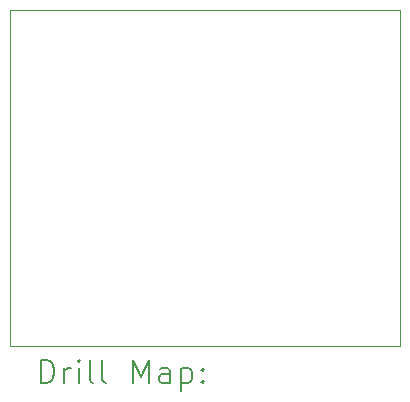
<source format=gbr>
%TF.GenerationSoftware,KiCad,Pcbnew,9.0.7*%
%TF.CreationDate,2026-02-19T23:59:13-05:00*%
%TF.ProjectId,usb_c_sensor_breakout,7573625f-635f-4736-956e-736f725f6272,rev?*%
%TF.SameCoordinates,Original*%
%TF.FileFunction,Drillmap*%
%TF.FilePolarity,Positive*%
%FSLAX45Y45*%
G04 Gerber Fmt 4.5, Leading zero omitted, Abs format (unit mm)*
G04 Created by KiCad (PCBNEW 9.0.7) date 2026-02-19 23:59:13*
%MOMM*%
%LPD*%
G01*
G04 APERTURE LIST*
%ADD10C,0.050000*%
%ADD11C,0.200000*%
G04 APERTURE END LIST*
D10*
X12350000Y-6150000D02*
X15650000Y-6150000D01*
X15650000Y-9000000D01*
X12350000Y-9000000D01*
X12350000Y-6150000D01*
D11*
X12608277Y-9313984D02*
X12608277Y-9113984D01*
X12608277Y-9113984D02*
X12655896Y-9113984D01*
X12655896Y-9113984D02*
X12684467Y-9123508D01*
X12684467Y-9123508D02*
X12703515Y-9142555D01*
X12703515Y-9142555D02*
X12713039Y-9161603D01*
X12713039Y-9161603D02*
X12722562Y-9199698D01*
X12722562Y-9199698D02*
X12722562Y-9228270D01*
X12722562Y-9228270D02*
X12713039Y-9266365D01*
X12713039Y-9266365D02*
X12703515Y-9285412D01*
X12703515Y-9285412D02*
X12684467Y-9304460D01*
X12684467Y-9304460D02*
X12655896Y-9313984D01*
X12655896Y-9313984D02*
X12608277Y-9313984D01*
X12808277Y-9313984D02*
X12808277Y-9180650D01*
X12808277Y-9218746D02*
X12817801Y-9199698D01*
X12817801Y-9199698D02*
X12827324Y-9190174D01*
X12827324Y-9190174D02*
X12846372Y-9180650D01*
X12846372Y-9180650D02*
X12865420Y-9180650D01*
X12932086Y-9313984D02*
X12932086Y-9180650D01*
X12932086Y-9113984D02*
X12922562Y-9123508D01*
X12922562Y-9123508D02*
X12932086Y-9133031D01*
X12932086Y-9133031D02*
X12941610Y-9123508D01*
X12941610Y-9123508D02*
X12932086Y-9113984D01*
X12932086Y-9113984D02*
X12932086Y-9133031D01*
X13055896Y-9313984D02*
X13036848Y-9304460D01*
X13036848Y-9304460D02*
X13027324Y-9285412D01*
X13027324Y-9285412D02*
X13027324Y-9113984D01*
X13160658Y-9313984D02*
X13141610Y-9304460D01*
X13141610Y-9304460D02*
X13132086Y-9285412D01*
X13132086Y-9285412D02*
X13132086Y-9113984D01*
X13389229Y-9313984D02*
X13389229Y-9113984D01*
X13389229Y-9113984D02*
X13455896Y-9256841D01*
X13455896Y-9256841D02*
X13522562Y-9113984D01*
X13522562Y-9113984D02*
X13522562Y-9313984D01*
X13703515Y-9313984D02*
X13703515Y-9209222D01*
X13703515Y-9209222D02*
X13693991Y-9190174D01*
X13693991Y-9190174D02*
X13674943Y-9180650D01*
X13674943Y-9180650D02*
X13636848Y-9180650D01*
X13636848Y-9180650D02*
X13617801Y-9190174D01*
X13703515Y-9304460D02*
X13684467Y-9313984D01*
X13684467Y-9313984D02*
X13636848Y-9313984D01*
X13636848Y-9313984D02*
X13617801Y-9304460D01*
X13617801Y-9304460D02*
X13608277Y-9285412D01*
X13608277Y-9285412D02*
X13608277Y-9266365D01*
X13608277Y-9266365D02*
X13617801Y-9247317D01*
X13617801Y-9247317D02*
X13636848Y-9237793D01*
X13636848Y-9237793D02*
X13684467Y-9237793D01*
X13684467Y-9237793D02*
X13703515Y-9228270D01*
X13798753Y-9180650D02*
X13798753Y-9380650D01*
X13798753Y-9190174D02*
X13817801Y-9180650D01*
X13817801Y-9180650D02*
X13855896Y-9180650D01*
X13855896Y-9180650D02*
X13874943Y-9190174D01*
X13874943Y-9190174D02*
X13884467Y-9199698D01*
X13884467Y-9199698D02*
X13893991Y-9218746D01*
X13893991Y-9218746D02*
X13893991Y-9275889D01*
X13893991Y-9275889D02*
X13884467Y-9294936D01*
X13884467Y-9294936D02*
X13874943Y-9304460D01*
X13874943Y-9304460D02*
X13855896Y-9313984D01*
X13855896Y-9313984D02*
X13817801Y-9313984D01*
X13817801Y-9313984D02*
X13798753Y-9304460D01*
X13979705Y-9294936D02*
X13989229Y-9304460D01*
X13989229Y-9304460D02*
X13979705Y-9313984D01*
X13979705Y-9313984D02*
X13970182Y-9304460D01*
X13970182Y-9304460D02*
X13979705Y-9294936D01*
X13979705Y-9294936D02*
X13979705Y-9313984D01*
X13979705Y-9190174D02*
X13989229Y-9199698D01*
X13989229Y-9199698D02*
X13979705Y-9209222D01*
X13979705Y-9209222D02*
X13970182Y-9199698D01*
X13970182Y-9199698D02*
X13979705Y-9190174D01*
X13979705Y-9190174D02*
X13979705Y-9209222D01*
M02*

</source>
